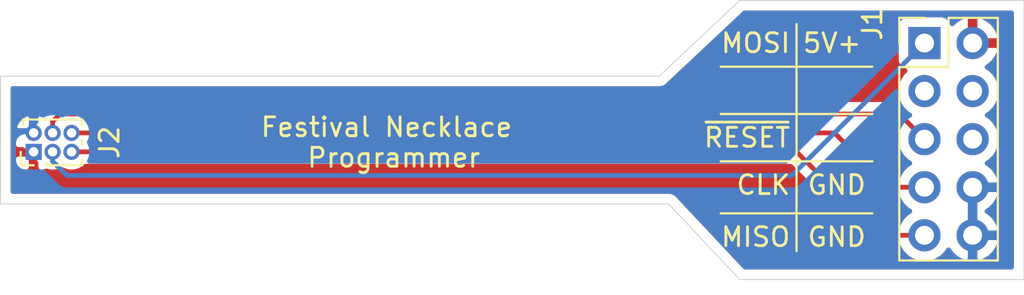
<source format=kicad_pcb>
(kicad_pcb (version 20171130) (host pcbnew "(5.1.10)-1")

  (general
    (thickness 1.6)
    (drawings 21)
    (tracks 17)
    (zones 0)
    (modules 2)
    (nets 10)
  )

  (page A4)
  (layers
    (0 F.Cu signal)
    (31 B.Cu signal)
    (32 B.Adhes user)
    (33 F.Adhes user)
    (34 B.Paste user)
    (35 F.Paste user)
    (36 B.SilkS user)
    (37 F.SilkS user)
    (38 B.Mask user)
    (39 F.Mask user)
    (40 Dwgs.User user)
    (41 Cmts.User user)
    (42 Eco1.User user)
    (43 Eco2.User user)
    (44 Edge.Cuts user)
    (45 Margin user)
    (46 B.CrtYd user)
    (47 F.CrtYd user)
    (48 B.Fab user)
    (49 F.Fab user)
  )

  (setup
    (last_trace_width 0.25)
    (trace_clearance 0.2)
    (zone_clearance 0.508)
    (zone_45_only no)
    (trace_min 0.2)
    (via_size 0.8)
    (via_drill 0.4)
    (via_min_size 0.4)
    (via_min_drill 0.3)
    (uvia_size 0.3)
    (uvia_drill 0.1)
    (uvias_allowed no)
    (uvia_min_size 0.2)
    (uvia_min_drill 0.1)
    (edge_width 0.05)
    (segment_width 0.2)
    (pcb_text_width 0.3)
    (pcb_text_size 1.5 1.5)
    (mod_edge_width 0.12)
    (mod_text_size 1 1)
    (mod_text_width 0.15)
    (pad_size 1.524 1.524)
    (pad_drill 0.762)
    (pad_to_mask_clearance 0)
    (aux_axis_origin 0 0)
    (visible_elements FFFFFF7F)
    (pcbplotparams
      (layerselection 0x010fc_ffffffff)
      (usegerberextensions false)
      (usegerberattributes true)
      (usegerberadvancedattributes true)
      (creategerberjobfile true)
      (excludeedgelayer true)
      (linewidth 0.100000)
      (plotframeref false)
      (viasonmask false)
      (mode 1)
      (useauxorigin false)
      (hpglpennumber 1)
      (hpglpenspeed 20)
      (hpglpendiameter 15.000000)
      (psnegative false)
      (psa4output false)
      (plotreference true)
      (plotvalue true)
      (plotinvisibletext false)
      (padsonsilk false)
      (subtractmaskfromsilk false)
      (outputformat 1)
      (mirror false)
      (drillshape 1)
      (scaleselection 1)
      (outputdirectory ""))
  )

  (net 0 "")
  (net 1 GND)
  (net 2 MISO)
  (net 3 "Net-(J1-Pad6)")
  (net 4 ~RESET~)
  (net 5 "Net-(J1-Pad4)")
  (net 6 "Net-(J1-Pad3)")
  (net 7 +5V)
  (net 8 MOSI)
  (net 9 CLK)

  (net_class Default "This is the default net class."
    (clearance 0.2)
    (trace_width 0.25)
    (via_dia 0.8)
    (via_drill 0.4)
    (uvia_dia 0.3)
    (uvia_drill 0.1)
    (add_net +5V)
    (add_net CLK)
    (add_net GND)
    (add_net MISO)
    (add_net MOSI)
    (add_net "Net-(J1-Pad3)")
    (add_net "Net-(J1-Pad4)")
    (add_net "Net-(J1-Pad6)")
    (add_net ~RESET~)
  )

  (module Connector_PinHeader_1.00mm:PinHeader_2x03_P1.00mm_Vertical (layer F.Cu) (tedit 59FED738) (tstamp 61F06113)
    (at 77.25 95.75 90)
    (descr "Through hole straight pin header, 2x03, 1.00mm pitch, double rows")
    (tags "Through hole pin header THT 2x03 1.00mm double row")
    (path /6220EDF4)
    (fp_text reference J2 (at 0.5 4 90) (layer F.SilkS)
      (effects (font (size 1 1) (thickness 0.15)))
    )
    (fp_text value PROG_OUT (at 0.5 3.56 90) (layer F.Fab)
      (effects (font (size 1 1) (thickness 0.15)))
    )
    (fp_text user %R (at 0.5 1) (layer F.Fab)
      (effects (font (size 1 1) (thickness 0.15)))
    )
    (fp_line (start -0.075 -0.5) (end 1.65 -0.5) (layer F.Fab) (width 0.1))
    (fp_line (start 1.65 -0.5) (end 1.65 2.5) (layer F.Fab) (width 0.1))
    (fp_line (start 1.65 2.5) (end -0.65 2.5) (layer F.Fab) (width 0.1))
    (fp_line (start -0.65 2.5) (end -0.65 0.075) (layer F.Fab) (width 0.1))
    (fp_line (start -0.65 0.075) (end -0.075 -0.5) (layer F.Fab) (width 0.1))
    (fp_line (start -0.71 2.56) (end -0.394493 2.56) (layer F.SilkS) (width 0.12))
    (fp_line (start 1.394493 2.56) (end 1.71 2.56) (layer F.SilkS) (width 0.12))
    (fp_line (start 0.394493 2.56) (end 0.605507 2.56) (layer F.SilkS) (width 0.12))
    (fp_line (start -0.71 0.685) (end -0.71 2.56) (layer F.SilkS) (width 0.12))
    (fp_line (start 1.71 -0.56) (end 1.71 2.56) (layer F.SilkS) (width 0.12))
    (fp_line (start -0.71 0.685) (end -0.608276 0.685) (layer F.SilkS) (width 0.12))
    (fp_line (start 1.394493 -0.56) (end 1.71 -0.56) (layer F.SilkS) (width 0.12))
    (fp_line (start -0.71 0) (end -0.71 -0.685) (layer F.SilkS) (width 0.12))
    (fp_line (start -0.71 -0.685) (end 0 -0.685) (layer F.SilkS) (width 0.12))
    (fp_line (start -1.15 -1) (end -1.15 3) (layer F.CrtYd) (width 0.05))
    (fp_line (start -1.15 3) (end 2.15 3) (layer F.CrtYd) (width 0.05))
    (fp_line (start 2.15 3) (end 2.15 -1) (layer F.CrtYd) (width 0.05))
    (fp_line (start 2.15 -1) (end -1.15 -1) (layer F.CrtYd) (width 0.05))
    (pad 6 thru_hole oval (at 1 2 90) (size 0.85 0.85) (drill 0.5) (layers *.Cu *.Mask)
      (net 9 CLK))
    (pad 5 thru_hole oval (at 0 2 90) (size 0.85 0.85) (drill 0.5) (layers *.Cu *.Mask)
      (net 2 MISO))
    (pad 4 thru_hole oval (at 1 1 90) (size 0.85 0.85) (drill 0.5) (layers *.Cu *.Mask)
      (net 4 ~RESET~))
    (pad 3 thru_hole oval (at 0 1 90) (size 0.85 0.85) (drill 0.5) (layers *.Cu *.Mask)
      (net 8 MOSI))
    (pad 2 thru_hole oval (at 1 0 90) (size 0.85 0.85) (drill 0.5) (layers *.Cu *.Mask)
      (net 1 GND))
    (pad 1 thru_hole rect (at 0 0 90) (size 0.85 0.85) (drill 0.5) (layers *.Cu *.Mask)
      (net 7 +5V))
    (model ${KISYS3DMOD}/Connector_PinHeader_1.00mm.3dshapes/PinHeader_2x03_P1.00mm_Vertical.wrl
      (at (xyz 0 0 0))
      (scale (xyz 1 1 1))
      (rotate (xyz 0 0 0))
    )
  )

  (module Connector_PinHeader_2.54mm:PinHeader_2x05_P2.54mm_Vertical (layer F.Cu) (tedit 59FED5CC) (tstamp 61F060F6)
    (at 124.25 90)
    (descr "Through hole straight pin header, 2x05, 2.54mm pitch, double rows")
    (tags "Through hole pin header THT 2x05 2.54mm double row")
    (path /6220D0E1)
    (fp_text reference J1 (at -2.75 -1 90) (layer F.SilkS)
      (effects (font (size 1 1) (thickness 0.15)))
    )
    (fp_text value PROG_IN (at 1.27 12.49) (layer F.Fab)
      (effects (font (size 1 1) (thickness 0.15)))
    )
    (fp_text user %R (at 1.27 5.08 90) (layer F.Fab)
      (effects (font (size 1 1) (thickness 0.15)))
    )
    (fp_line (start 0 -1.27) (end 3.81 -1.27) (layer F.Fab) (width 0.1))
    (fp_line (start 3.81 -1.27) (end 3.81 11.43) (layer F.Fab) (width 0.1))
    (fp_line (start 3.81 11.43) (end -1.27 11.43) (layer F.Fab) (width 0.1))
    (fp_line (start -1.27 11.43) (end -1.27 0) (layer F.Fab) (width 0.1))
    (fp_line (start -1.27 0) (end 0 -1.27) (layer F.Fab) (width 0.1))
    (fp_line (start -1.33 11.49) (end 3.87 11.49) (layer F.SilkS) (width 0.12))
    (fp_line (start -1.33 1.27) (end -1.33 11.49) (layer F.SilkS) (width 0.12))
    (fp_line (start 3.87 -1.33) (end 3.87 11.49) (layer F.SilkS) (width 0.12))
    (fp_line (start -1.33 1.27) (end 1.27 1.27) (layer F.SilkS) (width 0.12))
    (fp_line (start 1.27 1.27) (end 1.27 -1.33) (layer F.SilkS) (width 0.12))
    (fp_line (start 1.27 -1.33) (end 3.87 -1.33) (layer F.SilkS) (width 0.12))
    (fp_line (start -1.33 0) (end -1.33 -1.33) (layer F.SilkS) (width 0.12))
    (fp_line (start -1.33 -1.33) (end 0 -1.33) (layer F.SilkS) (width 0.12))
    (fp_line (start -1.8 -1.8) (end -1.8 11.95) (layer F.CrtYd) (width 0.05))
    (fp_line (start -1.8 11.95) (end 4.35 11.95) (layer F.CrtYd) (width 0.05))
    (fp_line (start 4.35 11.95) (end 4.35 -1.8) (layer F.CrtYd) (width 0.05))
    (fp_line (start 4.35 -1.8) (end -1.8 -1.8) (layer F.CrtYd) (width 0.05))
    (pad 10 thru_hole oval (at 2.54 10.16) (size 1.7 1.7) (drill 1) (layers *.Cu *.Mask)
      (net 1 GND))
    (pad 9 thru_hole oval (at 0 10.16) (size 1.7 1.7) (drill 1) (layers *.Cu *.Mask)
      (net 2 MISO))
    (pad 8 thru_hole oval (at 2.54 7.62) (size 1.7 1.7) (drill 1) (layers *.Cu *.Mask)
      (net 1 GND))
    (pad 7 thru_hole oval (at 0 7.62) (size 1.7 1.7) (drill 1) (layers *.Cu *.Mask)
      (net 9 CLK))
    (pad 6 thru_hole oval (at 2.54 5.08) (size 1.7 1.7) (drill 1) (layers *.Cu *.Mask)
      (net 3 "Net-(J1-Pad6)"))
    (pad 5 thru_hole oval (at 0 5.08) (size 1.7 1.7) (drill 1) (layers *.Cu *.Mask)
      (net 4 ~RESET~))
    (pad 4 thru_hole oval (at 2.54 2.54) (size 1.7 1.7) (drill 1) (layers *.Cu *.Mask)
      (net 5 "Net-(J1-Pad4)"))
    (pad 3 thru_hole oval (at 0 2.54) (size 1.7 1.7) (drill 1) (layers *.Cu *.Mask)
      (net 6 "Net-(J1-Pad3)"))
    (pad 2 thru_hole oval (at 2.54 0) (size 1.7 1.7) (drill 1) (layers *.Cu *.Mask)
      (net 7 +5V))
    (pad 1 thru_hole rect (at 0 0) (size 1.7 1.7) (drill 1) (layers *.Cu *.Mask)
      (net 8 MOSI))
    (model ${KISYS3DMOD}/Connector_PinHeader_2.54mm.3dshapes/PinHeader_2x05_P2.54mm_Vertical.wrl
      (at (xyz 0 0 0))
      (scale (xyz 1 1 1))
      (rotate (xyz 0 0 0))
    )
  )

  (gr_text "Festival Necklace \nProgrammer" (at 96.25 95.25) (layer F.SilkS)
    (effects (font (size 1 1) (thickness 0.15)))
  )
  (gr_line (start 113.5 99) (end 121.5 99) (layer F.SilkS) (width 0.12) (tstamp 61F06809))
  (gr_line (start 113.5 96.25) (end 121.5 96.25) (layer F.SilkS) (width 0.12) (tstamp 61F06807))
  (gr_line (start 113.5 93.75) (end 121.5 93.75) (layer F.SilkS) (width 0.12) (tstamp 61F06805))
  (gr_line (start 113.5 91.25) (end 121.5 91.25) (layer F.SilkS) (width 0.12))
  (gr_text GND (at 118 100.25) (layer F.SilkS) (tstamp 61F06781)
    (effects (font (size 1 1) (thickness 0.15)) (justify left))
  )
  (gr_line (start 117.5 89) (end 117.5 101) (layer F.SilkS) (width 0.12))
  (gr_text GND (at 118 97.5) (layer F.SilkS) (tstamp 61F066AD)
    (effects (font (size 1 1) (thickness 0.15)) (justify left))
  )
  (gr_text 5V+ (at 117.75 90) (layer F.SilkS) (tstamp 61F066A1)
    (effects (font (size 1 1) (thickness 0.15)) (justify left))
  )
  (gr_text MISO (at 117.25 100.25) (layer F.SilkS) (tstamp 61F0669D)
    (effects (font (size 1 1) (thickness 0.15)) (justify right))
  )
  (gr_text CLK (at 117.25 97.5) (layer F.SilkS) (tstamp 61F0669A)
    (effects (font (size 1 1) (thickness 0.15)) (justify right))
  )
  (gr_text ~RESET~ (at 117.25 95) (layer F.SilkS) (tstamp 61F06697)
    (effects (font (size 1 1) (thickness 0.15)) (justify right))
  )
  (gr_text MOSI (at 117.25 90) (layer F.SilkS)
    (effects (font (size 1 1) (thickness 0.15)) (justify right))
  )
  (gr_line (start 75.5 98.5) (end 75.5 91.75) (layer Edge.Cuts) (width 0.05) (tstamp 61F063E7))
  (gr_line (start 114.5 87.75) (end 110.25 91.75) (layer Edge.Cuts) (width 0.05) (tstamp 61F063E0))
  (gr_line (start 129.5 87.75) (end 114.5 87.75) (layer Edge.Cuts) (width 0.05) (tstamp 61F063DF))
  (gr_line (start 110.25 91.75) (end 75.5 91.75) (layer Edge.Cuts) (width 0.05) (tstamp 61F063DE))
  (gr_line (start 110.75 98.5) (end 75.5 98.5) (layer Edge.Cuts) (width 0.05))
  (gr_line (start 114.5 102.5) (end 110.75 98.5) (layer Edge.Cuts) (width 0.05))
  (gr_line (start 129.5 102.5) (end 114.5 102.5) (layer Edge.Cuts) (width 0.05))
  (gr_line (start 129.5 87.75) (end 129.5 102.5) (layer Edge.Cuts) (width 0.05))

  (segment (start 113 95.75) (end 79.25 95.75) (width 0.25) (layer F.Cu) (net 2))
  (segment (start 117.5 95.75) (end 113 95.75) (width 0.25) (layer F.Cu) (net 2))
  (segment (start 121.91 100.16) (end 117.5 95.75) (width 0.25) (layer F.Cu) (net 2))
  (segment (start 124.25 100.16) (end 121.91 100.16) (width 0.25) (layer F.Cu) (net 2))
  (segment (start 78.25 94.14896) (end 78.25 94.75) (width 0.25) (layer F.Cu) (net 4))
  (segment (start 78.64896 93.75) (end 78.25 94.14896) (width 0.25) (layer F.Cu) (net 4))
  (segment (start 122.92 93.75) (end 78.64896 93.75) (width 0.25) (layer F.Cu) (net 4))
  (segment (start 124.25 95.08) (end 122.92 93.75) (width 0.25) (layer F.Cu) (net 4))
  (segment (start 78.25 95.860002) (end 78.25 95.75) (width 0.25) (layer B.Cu) (net 8))
  (segment (start 78.25 96.25) (end 79 97) (width 0.25) (layer B.Cu) (net 8))
  (segment (start 78.25 95.75) (end 78.25 96.25) (width 0.25) (layer B.Cu) (net 8))
  (segment (start 117.25 97) (end 124.25 90) (width 0.25) (layer B.Cu) (net 8))
  (segment (start 79 97) (end 117.25 97) (width 0.25) (layer B.Cu) (net 8))
  (segment (start 113 94.75) (end 79.25 94.75) (width 0.25) (layer F.Cu) (net 9))
  (segment (start 119.5 94.75) (end 113 94.75) (width 0.25) (layer F.Cu) (net 9))
  (segment (start 122.37 97.62) (end 119.5 94.75) (width 0.25) (layer F.Cu) (net 9))
  (segment (start 124.25 97.62) (end 122.37 97.62) (width 0.25) (layer F.Cu) (net 9))

  (zone (net 7) (net_name +5V) (layer F.Cu) (tstamp 0) (hatch edge 0.508)
    (connect_pads (clearance 0.508))
    (min_thickness 0.254)
    (fill yes (arc_segments 32) (thermal_gap 0.508) (thermal_bridge_width 0.508) (smoothing fillet) (radius 0.5))
    (polygon
      (pts
        (xy 129.5 102.5) (xy 114.5 102.5) (xy 110.75 98.5) (xy 75.5 98.5) (xy 75.5 91.75)
        (xy 110.25 91.75) (xy 114.5 87.75) (xy 129.5 87.75)
      )
    )
    (filled_polygon
      (pts
        (xy 128.840001 101.84) (xy 114.785933 101.84) (xy 111.246378 98.064476) (xy 111.218948 98.031052) (xy 111.176922 97.996562)
        (xy 111.136037 97.960741) (xy 111.126744 97.955381) (xy 111.11845 97.948575) (xy 111.070502 97.922946) (xy 111.023415 97.895791)
        (xy 111.013255 97.892348) (xy 111.003793 97.88729) (xy 110.951762 97.871506) (xy 110.900286 97.85406) (xy 110.889653 97.852665)
        (xy 110.879383 97.84955) (xy 110.825254 97.844219) (xy 110.771382 97.837153) (xy 110.728256 97.84) (xy 76.16 97.84)
        (xy 76.16 96.175) (xy 76.186928 96.175) (xy 76.199188 96.299482) (xy 76.235498 96.41918) (xy 76.294463 96.529494)
        (xy 76.373815 96.626185) (xy 76.470506 96.705537) (xy 76.58082 96.764502) (xy 76.700518 96.800812) (xy 76.825 96.813072)
        (xy 76.96425 96.81) (xy 77.123 96.65125) (xy 77.123 95.877) (xy 76.34875 95.877) (xy 76.19 96.03575)
        (xy 76.186928 96.175) (xy 76.16 96.175) (xy 76.16 95.325) (xy 76.186928 95.325) (xy 76.19 95.46425)
        (xy 76.34875 95.623) (xy 76.648587 95.623) (xy 76.747902 95.68936) (xy 76.940809 95.769265) (xy 77.145599 95.81)
        (xy 77.19 95.81) (xy 77.19 95.854401) (xy 77.230735 96.059191) (xy 77.31064 96.252098) (xy 77.377 96.351413)
        (xy 77.377 96.65125) (xy 77.53575 96.81) (xy 77.675 96.813072) (xy 77.799482 96.800812) (xy 77.91918 96.764502)
        (xy 77.923603 96.762138) (xy 77.940809 96.769265) (xy 78.145599 96.81) (xy 78.354401 96.81) (xy 78.559191 96.769265)
        (xy 78.75 96.690229) (xy 78.940809 96.769265) (xy 79.145599 96.81) (xy 79.354401 96.81) (xy 79.559191 96.769265)
        (xy 79.752098 96.68936) (xy 79.925711 96.573356) (xy 79.989067 96.51) (xy 117.185199 96.51) (xy 121.346201 100.671003)
        (xy 121.369999 100.700001) (xy 121.485724 100.794974) (xy 121.617753 100.865546) (xy 121.761014 100.909003) (xy 121.872667 100.92)
        (xy 121.872677 100.92) (xy 121.91 100.923676) (xy 121.947323 100.92) (xy 122.971822 100.92) (xy 123.096525 101.106632)
        (xy 123.303368 101.313475) (xy 123.546589 101.47599) (xy 123.816842 101.587932) (xy 124.10374 101.645) (xy 124.39626 101.645)
        (xy 124.683158 101.587932) (xy 124.953411 101.47599) (xy 125.196632 101.313475) (xy 125.403475 101.106632) (xy 125.52 100.93224)
        (xy 125.636525 101.106632) (xy 125.843368 101.313475) (xy 126.086589 101.47599) (xy 126.356842 101.587932) (xy 126.64374 101.645)
        (xy 126.93626 101.645) (xy 127.223158 101.587932) (xy 127.493411 101.47599) (xy 127.736632 101.313475) (xy 127.943475 101.106632)
        (xy 128.10599 100.863411) (xy 128.217932 100.593158) (xy 128.275 100.30626) (xy 128.275 100.01374) (xy 128.217932 99.726842)
        (xy 128.10599 99.456589) (xy 127.943475 99.213368) (xy 127.736632 99.006525) (xy 127.56224 98.89) (xy 127.736632 98.773475)
        (xy 127.943475 98.566632) (xy 128.10599 98.323411) (xy 128.217932 98.053158) (xy 128.275 97.76626) (xy 128.275 97.47374)
        (xy 128.217932 97.186842) (xy 128.10599 96.916589) (xy 127.943475 96.673368) (xy 127.736632 96.466525) (xy 127.56224 96.35)
        (xy 127.736632 96.233475) (xy 127.943475 96.026632) (xy 128.10599 95.783411) (xy 128.217932 95.513158) (xy 128.275 95.22626)
        (xy 128.275 94.93374) (xy 128.217932 94.646842) (xy 128.10599 94.376589) (xy 127.943475 94.133368) (xy 127.736632 93.926525)
        (xy 127.56224 93.81) (xy 127.736632 93.693475) (xy 127.943475 93.486632) (xy 128.10599 93.243411) (xy 128.217932 92.973158)
        (xy 128.275 92.68626) (xy 128.275 92.39374) (xy 128.217932 92.106842) (xy 128.10599 91.836589) (xy 127.943475 91.593368)
        (xy 127.736632 91.386525) (xy 127.554466 91.264805) (xy 127.671355 91.195178) (xy 127.887588 91.000269) (xy 128.061641 90.76692)
        (xy 128.186825 90.504099) (xy 128.231476 90.35689) (xy 128.110155 90.127) (xy 126.917 90.127) (xy 126.917 90.147)
        (xy 126.663 90.147) (xy 126.663 90.127) (xy 126.643 90.127) (xy 126.643 89.873) (xy 126.663 89.873)
        (xy 126.663 88.679186) (xy 126.917 88.679186) (xy 126.917 89.873) (xy 128.110155 89.873) (xy 128.231476 89.64311)
        (xy 128.186825 89.495901) (xy 128.061641 89.23308) (xy 127.887588 88.999731) (xy 127.671355 88.804822) (xy 127.421252 88.655843)
        (xy 127.146891 88.558519) (xy 126.917 88.679186) (xy 126.663 88.679186) (xy 126.433109 88.558519) (xy 126.158748 88.655843)
        (xy 125.908645 88.804822) (xy 125.712498 88.981626) (xy 125.689502 88.90582) (xy 125.630537 88.795506) (xy 125.551185 88.698815)
        (xy 125.454494 88.619463) (xy 125.34418 88.560498) (xy 125.224482 88.524188) (xy 125.1 88.511928) (xy 123.4 88.511928)
        (xy 123.275518 88.524188) (xy 123.15582 88.560498) (xy 123.045506 88.619463) (xy 122.948815 88.698815) (xy 122.869463 88.795506)
        (xy 122.810498 88.90582) (xy 122.774188 89.025518) (xy 122.761928 89.15) (xy 122.761928 90.85) (xy 122.774188 90.974482)
        (xy 122.810498 91.09418) (xy 122.869463 91.204494) (xy 122.948815 91.301185) (xy 123.045506 91.380537) (xy 123.15582 91.439502)
        (xy 123.22838 91.461513) (xy 123.096525 91.593368) (xy 122.93401 91.836589) (xy 122.822068 92.106842) (xy 122.765 92.39374)
        (xy 122.765 92.68626) (xy 122.822068 92.973158) (xy 122.829044 92.99) (xy 78.686285 92.99) (xy 78.64896 92.986324)
        (xy 78.611635 92.99) (xy 78.611627 92.99) (xy 78.499974 93.000997) (xy 78.356713 93.044454) (xy 78.224684 93.115026)
        (xy 78.108959 93.209999) (xy 78.085156 93.239003) (xy 77.739003 93.585156) (xy 77.709999 93.608959) (xy 77.674621 93.652068)
        (xy 77.615026 93.724684) (xy 77.602257 93.748573) (xy 77.559191 93.730735) (xy 77.354401 93.69) (xy 77.145599 93.69)
        (xy 76.940809 93.730735) (xy 76.747902 93.81064) (xy 76.574289 93.926644) (xy 76.426644 94.074289) (xy 76.31064 94.247902)
        (xy 76.230735 94.440809) (xy 76.19 94.645599) (xy 76.19 94.854401) (xy 76.230735 95.059191) (xy 76.237862 95.076397)
        (xy 76.235498 95.08082) (xy 76.199188 95.200518) (xy 76.186928 95.325) (xy 76.16 95.325) (xy 76.16 92.41)
        (xy 110.207556 92.41) (xy 110.229913 92.412888) (xy 110.272394 92.41) (xy 110.282419 92.41) (xy 110.30476 92.4078)
        (xy 110.359621 92.40407) (xy 110.369348 92.401438) (xy 110.379383 92.40045) (xy 110.432039 92.384477) (xy 110.485117 92.370116)
        (xy 110.494144 92.365637) (xy 110.503793 92.36271) (xy 110.552315 92.336775) (xy 110.601578 92.312332) (xy 110.609558 92.306178)
        (xy 110.61845 92.301425) (xy 110.660985 92.266518) (xy 110.678733 92.25283) (xy 110.686022 92.24597) (xy 110.718948 92.218948)
        (xy 110.733254 92.201516) (xy 114.761741 88.41) (xy 128.84 88.41)
      )
    )
  )
  (zone (net 1) (net_name GND) (layer B.Cu) (tstamp 0) (hatch edge 0.508)
    (connect_pads (clearance 0.508))
    (min_thickness 0.254)
    (fill yes (arc_segments 32) (thermal_gap 0.508) (thermal_bridge_width 0.508) (smoothing fillet) (radius 0.5))
    (polygon
      (pts
        (xy 129.5 102.5) (xy 114.5 102.5) (xy 110.75 98.5) (xy 75.5 98.5) (xy 75.5 91.75)
        (xy 110.25 91.75) (xy 114.5 87.75) (xy 129.5 87.75)
      )
    )
    (filled_polygon
      (pts
        (xy 128.840001 101.84) (xy 114.785933 101.84) (xy 111.246378 98.064476) (xy 111.218948 98.031052) (xy 111.176922 97.996562)
        (xy 111.136037 97.960741) (xy 111.126744 97.955381) (xy 111.11845 97.948575) (xy 111.070502 97.922946) (xy 111.023415 97.895791)
        (xy 111.013255 97.892348) (xy 111.003793 97.88729) (xy 110.951762 97.871506) (xy 110.900286 97.85406) (xy 110.889653 97.852665)
        (xy 110.879383 97.84955) (xy 110.825254 97.844219) (xy 110.771382 97.837153) (xy 110.728256 97.84) (xy 76.16 97.84)
        (xy 76.16 95.325) (xy 76.186928 95.325) (xy 76.186928 96.175) (xy 76.199188 96.299482) (xy 76.235498 96.41918)
        (xy 76.294463 96.529494) (xy 76.373815 96.626185) (xy 76.470506 96.705537) (xy 76.58082 96.764502) (xy 76.700518 96.800812)
        (xy 76.825 96.813072) (xy 77.675 96.813072) (xy 77.73135 96.807522) (xy 77.738998 96.813799) (xy 78.436201 97.511002)
        (xy 78.459999 97.540001) (xy 78.575724 97.634974) (xy 78.707753 97.705546) (xy 78.851014 97.749003) (xy 78.962667 97.76)
        (xy 78.962676 97.76) (xy 78.999999 97.763676) (xy 79.037322 97.76) (xy 117.212678 97.76) (xy 117.25 97.763676)
        (xy 117.287322 97.76) (xy 117.287333 97.76) (xy 117.398986 97.749003) (xy 117.542247 97.705546) (xy 117.674276 97.634974)
        (xy 117.790001 97.540001) (xy 117.813804 97.510997) (xy 122.765 92.559802) (xy 122.765 92.68626) (xy 122.822068 92.973158)
        (xy 122.93401 93.243411) (xy 123.096525 93.486632) (xy 123.303368 93.693475) (xy 123.47776 93.81) (xy 123.303368 93.926525)
        (xy 123.096525 94.133368) (xy 122.93401 94.376589) (xy 122.822068 94.646842) (xy 122.765 94.93374) (xy 122.765 95.22626)
        (xy 122.822068 95.513158) (xy 122.93401 95.783411) (xy 123.096525 96.026632) (xy 123.303368 96.233475) (xy 123.47776 96.35)
        (xy 123.303368 96.466525) (xy 123.096525 96.673368) (xy 122.93401 96.916589) (xy 122.822068 97.186842) (xy 122.765 97.47374)
        (xy 122.765 97.76626) (xy 122.822068 98.053158) (xy 122.93401 98.323411) (xy 123.096525 98.566632) (xy 123.303368 98.773475)
        (xy 123.47776 98.89) (xy 123.303368 99.006525) (xy 123.096525 99.213368) (xy 122.93401 99.456589) (xy 122.822068 99.726842)
        (xy 122.765 100.01374) (xy 122.765 100.30626) (xy 122.822068 100.593158) (xy 122.93401 100.863411) (xy 123.096525 101.106632)
        (xy 123.303368 101.313475) (xy 123.546589 101.47599) (xy 123.816842 101.587932) (xy 124.10374 101.645) (xy 124.39626 101.645)
        (xy 124.683158 101.587932) (xy 124.953411 101.47599) (xy 125.196632 101.313475) (xy 125.403475 101.106632) (xy 125.5211 100.930594)
        (xy 125.692412 101.160269) (xy 125.908645 101.355178) (xy 126.158748 101.504157) (xy 126.433109 101.601481) (xy 126.663 101.480814)
        (xy 126.663 100.287) (xy 126.917 100.287) (xy 126.917 101.480814) (xy 127.146891 101.601481) (xy 127.421252 101.504157)
        (xy 127.671355 101.355178) (xy 127.887588 101.160269) (xy 128.061641 100.92692) (xy 128.186825 100.664099) (xy 128.231476 100.51689)
        (xy 128.110155 100.287) (xy 126.917 100.287) (xy 126.663 100.287) (xy 126.643 100.287) (xy 126.643 100.033)
        (xy 126.663 100.033) (xy 126.663 97.747) (xy 126.917 97.747) (xy 126.917 100.033) (xy 128.110155 100.033)
        (xy 128.231476 99.80311) (xy 128.186825 99.655901) (xy 128.061641 99.39308) (xy 127.887588 99.159731) (xy 127.671355 98.964822)
        (xy 127.545745 98.89) (xy 127.671355 98.815178) (xy 127.887588 98.620269) (xy 128.061641 98.38692) (xy 128.186825 98.124099)
        (xy 128.231476 97.97689) (xy 128.110155 97.747) (xy 126.917 97.747) (xy 126.663 97.747) (xy 126.643 97.747)
        (xy 126.643 97.493) (xy 126.663 97.493) (xy 126.663 97.473) (xy 126.917 97.473) (xy 126.917 97.493)
        (xy 128.110155 97.493) (xy 128.231476 97.26311) (xy 128.186825 97.115901) (xy 128.061641 96.85308) (xy 127.887588 96.619731)
        (xy 127.671355 96.424822) (xy 127.554466 96.355195) (xy 127.736632 96.233475) (xy 127.943475 96.026632) (xy 128.10599 95.783411)
        (xy 128.217932 95.513158) (xy 128.275 95.22626) (xy 128.275 94.93374) (xy 128.217932 94.646842) (xy 128.10599 94.376589)
        (xy 127.943475 94.133368) (xy 127.736632 93.926525) (xy 127.56224 93.81) (xy 127.736632 93.693475) (xy 127.943475 93.486632)
        (xy 128.10599 93.243411) (xy 128.217932 92.973158) (xy 128.275 92.68626) (xy 128.275 92.39374) (xy 128.217932 92.106842)
        (xy 128.10599 91.836589) (xy 127.943475 91.593368) (xy 127.736632 91.386525) (xy 127.56224 91.27) (xy 127.736632 91.153475)
        (xy 127.943475 90.946632) (xy 128.10599 90.703411) (xy 128.217932 90.433158) (xy 128.275 90.14626) (xy 128.275 89.85374)
        (xy 128.217932 89.566842) (xy 128.10599 89.296589) (xy 127.943475 89.053368) (xy 127.736632 88.846525) (xy 127.493411 88.68401)
        (xy 127.223158 88.572068) (xy 126.93626 88.515) (xy 126.64374 88.515) (xy 126.356842 88.572068) (xy 126.086589 88.68401)
        (xy 125.843368 88.846525) (xy 125.711513 88.97838) (xy 125.689502 88.90582) (xy 125.630537 88.795506) (xy 125.551185 88.698815)
        (xy 125.454494 88.619463) (xy 125.34418 88.560498) (xy 125.224482 88.524188) (xy 125.1 88.511928) (xy 123.4 88.511928)
        (xy 123.275518 88.524188) (xy 123.15582 88.560498) (xy 123.045506 88.619463) (xy 122.948815 88.698815) (xy 122.869463 88.795506)
        (xy 122.810498 88.90582) (xy 122.774188 89.025518) (xy 122.761928 89.15) (xy 122.761928 90.41327) (xy 116.935199 96.24)
        (xy 80.194371 96.24) (xy 80.269265 96.059191) (xy 80.31 95.854401) (xy 80.31 95.645599) (xy 80.269265 95.440809)
        (xy 80.190229 95.25) (xy 80.269265 95.059191) (xy 80.31 94.854401) (xy 80.31 94.645599) (xy 80.269265 94.440809)
        (xy 80.18936 94.247902) (xy 80.073356 94.074289) (xy 79.925711 93.926644) (xy 79.752098 93.81064) (xy 79.559191 93.730735)
        (xy 79.354401 93.69) (xy 79.145599 93.69) (xy 78.940809 93.730735) (xy 78.75 93.809771) (xy 78.559191 93.730735)
        (xy 78.354401 93.69) (xy 78.145599 93.69) (xy 77.940809 93.730735) (xy 77.747902 93.81064) (xy 77.742882 93.813994)
        (xy 77.57525 93.741128) (xy 77.540062 93.73046) (xy 77.377 93.857743) (xy 77.377 94.148587) (xy 77.31064 94.247902)
        (xy 77.230735 94.440809) (xy 77.19 94.645599) (xy 77.19 94.686928) (xy 76.825 94.686928) (xy 76.700518 94.699188)
        (xy 76.58082 94.735498) (xy 76.470506 94.794463) (xy 76.373815 94.873815) (xy 76.371201 94.877) (xy 76.356379 94.877)
        (xy 76.230453 95.040064) (xy 76.241838 95.068958) (xy 76.235498 95.08082) (xy 76.199188 95.200518) (xy 76.186928 95.325)
        (xy 76.16 95.325) (xy 76.16 94.459936) (xy 76.230453 94.459936) (xy 76.356379 94.623) (xy 77.123 94.623)
        (xy 77.123 93.857743) (xy 76.959938 93.73046) (xy 76.92475 93.741128) (xy 76.734178 93.823966) (xy 76.563429 93.942391)
        (xy 76.419064 94.091852) (xy 76.306632 94.266606) (xy 76.230453 94.459936) (xy 76.16 94.459936) (xy 76.16 92.41)
        (xy 110.207556 92.41) (xy 110.229913 92.412888) (xy 110.272394 92.41) (xy 110.282419 92.41) (xy 110.30476 92.4078)
        (xy 110.359621 92.40407) (xy 110.369348 92.401438) (xy 110.379383 92.40045) (xy 110.432039 92.384477) (xy 110.485117 92.370116)
        (xy 110.494144 92.365637) (xy 110.503793 92.36271) (xy 110.552315 92.336775) (xy 110.601578 92.312332) (xy 110.609558 92.306178)
        (xy 110.61845 92.301425) (xy 110.660985 92.266518) (xy 110.678733 92.25283) (xy 110.686022 92.24597) (xy 110.718948 92.218948)
        (xy 110.733254 92.201516) (xy 114.761741 88.41) (xy 128.84 88.41)
      )
    )
  )
)

</source>
